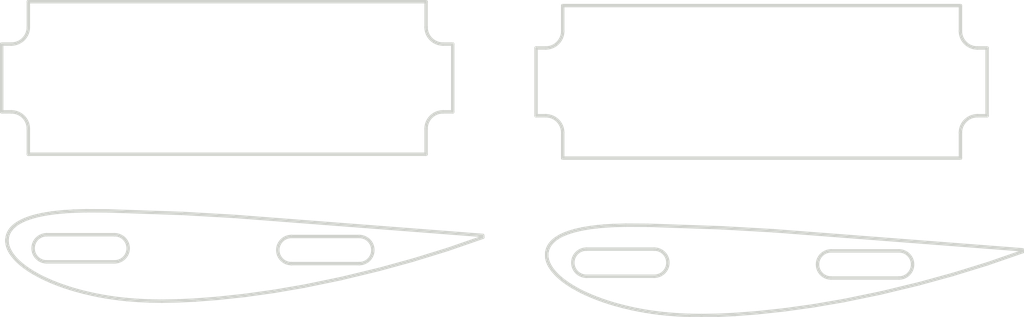
<source format=kicad_pcb>
(kicad_pcb (version 20171130) (host pcbnew "(5.1.2)-1")

  (general
    (thickness 1.6)
    (drawings 328)
    (tracks 0)
    (zones 0)
    (modules 0)
    (nets 1)
  )

  (page A4)
  (layers
    (0 F.Cu signal)
    (31 B.Cu signal)
    (32 B.Adhes user)
    (33 F.Adhes user)
    (34 B.Paste user)
    (35 F.Paste user)
    (36 B.SilkS user)
    (37 F.SilkS user)
    (38 B.Mask user)
    (39 F.Mask user)
    (40 Dwgs.User user)
    (41 Cmts.User user)
    (42 Eco1.User user)
    (43 Eco2.User user)
    (44 Edge.Cuts user)
    (45 Margin user)
    (46 B.CrtYd user)
    (47 F.CrtYd user)
    (48 B.Fab user)
    (49 F.Fab user)
  )

  (setup
    (last_trace_width 0.25)
    (trace_clearance 0.2)
    (zone_clearance 0.508)
    (zone_45_only no)
    (trace_min 0.2)
    (via_size 0.8)
    (via_drill 0.4)
    (via_min_size 0.4)
    (via_min_drill 0.3)
    (uvia_size 0.3)
    (uvia_drill 0.1)
    (uvias_allowed no)
    (uvia_min_size 0.2)
    (uvia_min_drill 0.1)
    (edge_width 0.05)
    (segment_width 0.2)
    (pcb_text_width 0.3)
    (pcb_text_size 1.5 1.5)
    (mod_edge_width 0.12)
    (mod_text_size 1 1)
    (mod_text_width 0.15)
    (pad_size 1.524 1.524)
    (pad_drill 0.762)
    (pad_to_mask_clearance 0.051)
    (solder_mask_min_width 0.25)
    (aux_axis_origin 34.29 210.82)
    (visible_elements 7FFFFFFF)
    (pcbplotparams
      (layerselection 0x01000_7ffffffe)
      (usegerberextensions false)
      (usegerberattributes false)
      (usegerberadvancedattributes false)
      (creategerberjobfile false)
      (excludeedgelayer true)
      (linewidth 0.100000)
      (plotframeref false)
      (viasonmask false)
      (mode 1)
      (useauxorigin false)
      (hpglpennumber 1)
      (hpglpenspeed 20)
      (hpglpendiameter 15.000000)
      (psnegative false)
      (psa4output false)
      (plotreference true)
      (plotvalue true)
      (plotinvisibletext false)
      (padsonsilk false)
      (subtractmaskfromsilk false)
      (outputformat 1)
      (mirror false)
      (drillshape 0)
      (scaleselection 1)
      (outputdirectory "plots/"))
  )

  (net 0 "")

  (net_class Default "This is the default net class."
    (clearance 0.2)
    (trace_width 0.25)
    (via_dia 0.8)
    (via_drill 0.4)
    (uvia_dia 0.3)
    (uvia_drill 0.1)
  )

  (gr_line (start 37.842314 193.205469) (end 36.054507 193.513125) (layer Edge.Cuts) (width 0.2))
  (gr_line (start 48.367111 190.318767) (end 46.292071 191.037122) (layer Edge.Cuts) (width 0.2))
  (gr_line (start 44.253956 191.666131) (end 42.263748 192.213298) (layer Edge.Cuts) (width 0.2))
  (gr_line (start 42.263748 192.213298) (end 40.011992 192.757691) (layer Edge.Cuts) (width 0.2))
  (gr_line (start 40.011992 192.757691) (end 37.842314 193.205469) (layer Edge.Cuts) (width 0.2))
  (gr_line (start 46.292071 191.037122) (end 44.253956 191.666131) (layer Edge.Cuts) (width 0.2))
  (gr_line (start 36.054507 193.513125) (end 34.341709 193.752068) (layer Edge.Cuts) (width 0.2))
  (gr_line (start 22.612637 192.789323) (end 22.372411 192.673574) (layer Edge.Cuts) (width 0.2))
  (gr_line (start 28.742849 194.078262) (end 28.052513 194.046986) (layer Edge.Cuts) (width 0.2))
  (gr_line (start 27.384086 193.994504) (end 26.952802 193.948077) (layer Edge.Cuts) (width 0.2))
  (gr_line (start 26.952802 193.948077) (end 26.534445 193.89306) (layer Edge.Cuts) (width 0.2))
  (gr_line (start 25.364622 193.683367) (end 24.828887 193.557749) (layer Edge.Cuts) (width 0.2))
  (gr_line (start 26.130055 193.830126) (end 25.740032 193.759987) (layer Edge.Cuts) (width 0.2))
  (gr_line (start 21.931443 192.435586) (end 21.829544 192.37497) (layer Edge.Cuts) (width 0.2))
  (gr_line (start 21.731019 192.313992) (end 21.635881 192.252692) (layer Edge.Cuts) (width 0.2))
  (gr_line (start 21.544143 192.191115) (end 21.455813 192.129302) (layer Edge.Cuts) (width 0.2))
  (gr_line (start 23.131844 193.012878) (end 22.865831 192.902516) (layer Edge.Cuts) (width 0.2))
  (gr_line (start 22.145293 192.555557) (end 21.931443 192.435586) (layer Edge.Cuts) (width 0.2))
  (gr_line (start 21.829544 192.37497) (end 21.731019 192.313992) (layer Edge.Cuts) (width 0.2))
  (gr_line (start 34.341709 193.752068) (end 32.712865 193.926298) (layer Edge.Cuts) (width 0.2))
  (gr_line (start 26.534445 193.89306) (end 26.130055 193.830126) (layer Edge.Cuts) (width 0.2))
  (gr_line (start 25.740032 193.759987) (end 25.364622 193.683367) (layer Edge.Cuts) (width 0.2))
  (gr_line (start 32.712865 193.926298) (end 31.419328 194.024805) (layer Edge.Cuts) (width 0.2))
  (gr_line (start 22.372411 192.673574) (end 22.145293 192.555557) (layer Edge.Cuts) (width 0.2))
  (gr_line (start 31.419328 194.024805) (end 30.421462 194.072236) (layer Edge.Cuts) (width 0.2))
  (gr_line (start 24.007083 193.32451) (end 23.70232 193.224125) (layer Edge.Cuts) (width 0.2))
  (gr_line (start 30.421462 194.072236) (end 29.451599 194.088663) (layer Edge.Cuts) (width 0.2))
  (gr_line (start 29.451599 194.088663) (end 28.742849 194.078262) (layer Edge.Cuts) (width 0.2))
  (gr_line (start 28.052513 194.046986) (end 27.384086 193.994504) (layer Edge.Cuts) (width 0.2))
  (gr_line (start 24.828887 193.557749) (end 24.325374 193.421032) (layer Edge.Cuts) (width 0.2))
  (gr_line (start 24.325374 193.421032) (end 24.007083 193.32451) (layer Edge.Cuts) (width 0.2))
  (gr_line (start 23.70232 193.224125) (end 23.410658 193.120164) (layer Edge.Cuts) (width 0.2))
  (gr_line (start 23.410658 193.120164) (end 23.131844 193.012878) (layer Edge.Cuts) (width 0.2))
  (gr_line (start 22.865831 192.902516) (end 22.612637 192.789323) (layer Edge.Cuts) (width 0.2))
  (gr_line (start 21.635881 192.252692) (end 21.544143 192.191115) (layer Edge.Cuts) (width 0.2))
  (gr_line (start 20.402565 190.128982) (end 20.413319 190.10266) (layer Edge.Cuts) (width 0.2))
  (gr_line (start 21.455813 192.129302) (end 21.370895 192.067295) (layer Edge.Cuts) (width 0.2))
  (gr_line (start 21.370895 192.067295) (end 21.289393 192.005135) (layer Edge.Cuts) (width 0.2))
  (gr_line (start 20.386092 190.868283) (end 20.377023 190.838493) (layer Edge.Cuts) (width 0.2))
  (gr_line (start 21.065402 191.818138) (end 20.997582 191.755765) (layer Edge.Cuts) (width 0.2))
  (gr_line (start 20.933143 191.693423) (end 20.872073 191.631143) (layer Edge.Cuts) (width 0.2))
  (gr_line (start 20.4248 190.076578) (end 20.436973 190.050812) (layer Edge.Cuts) (width 0.2))
  (gr_line (start 20.537537 191.199269) (end 20.519878 191.169002) (layer Edge.Cuts) (width 0.2))
  (gr_line (start 20.368819 190.809056) (end 20.361329 190.779443) (layer Edge.Cuts) (width 0.2))
  (gr_line (start 20.343665 190.691601) (end 20.339313 190.66236) (layer Edge.Cuts) (width 0.2))
  (gr_line (start 20.36675 190.236807) (end 20.374612 190.209511) (layer Edge.Cuts) (width 0.2))
  (gr_line (start 20.661167 191.38324) (end 20.616697 191.321695) (layer Edge.Cuts) (width 0.2))
  (gr_line (start 20.45682 191.047843) (end 20.442978 191.01756) (layer Edge.Cuts) (width 0.2))
  (gr_line (start 20.329728 190.546681) (end 20.329266 190.518033) (layer Edge.Cuts) (width 0.2))
  (gr_line (start 20.359619 190.264302) (end 20.36675 190.236807) (layer Edge.Cuts) (width 0.2))
  (gr_line (start 20.463474 190.000041) (end 20.477821 189.975004) (layer Edge.Cuts) (width 0.2))
  (gr_line (start 21.289393 192.005135) (end 21.211304 191.942862) (layer Edge.Cuts) (width 0.2))
  (gr_line (start 20.708921 191.444982) (end 20.661167 191.38324) (layer Edge.Cuts) (width 0.2))
  (gr_line (start 20.35322 190.291977) (end 20.359619 190.264302) (layer Edge.Cuts) (width 0.2))
  (gr_line (start 20.616697 191.321695) (end 20.575493 191.260364) (layer Edge.Cuts) (width 0.2))
  (gr_line (start 20.471297 191.077852) (end 20.45682 191.047843) (layer Edge.Cuts) (width 0.2))
  (gr_line (start 20.442978 191.01756) (end 20.43008 190.987687) (layer Edge.Cuts) (width 0.2))
  (gr_line (start 21.211304 191.942862) (end 21.136627 191.880514) (layer Edge.Cuts) (width 0.2))
  (gr_line (start 20.524972 189.901734) (end 20.542167 189.87775) (layer Edge.Cuts) (width 0.2))
  (gr_line (start 20.342655 190.347801) (end 20.347563 190.319813) (layer Edge.Cuts) (width 0.2))
  (gr_line (start 20.872073 191.631143) (end 20.814357 191.568959) (layer Edge.Cuts) (width 0.2))
  (gr_line (start 20.374612 190.209511) (end 20.383204 190.182427) (layer Edge.Cuts) (width 0.2))
  (gr_line (start 20.508585 189.925837) (end 20.524972 189.901734) (layer Edge.Cuts) (width 0.2))
  (gr_line (start 20.348763 190.720731) (end 20.343665 190.691601) (layer Edge.Cuts) (width 0.2))
  (gr_line (start 20.330653 190.460903) (end 20.332504 190.432462) (layer Edge.Cuts) (width 0.2))
  (gr_line (start 20.335121 190.404145) (end 20.338507 190.375912) (layer Edge.Cuts) (width 0.2))
  (gr_line (start 20.814357 191.568959) (end 20.759978 191.506896) (layer Edge.Cuts) (width 0.2))
  (gr_line (start 20.519878 191.169002) (end 20.502811 191.138427) (layer Edge.Cuts) (width 0.2))
  (gr_line (start 20.339313 190.66236) (end 20.335763 190.633389) (layer Edge.Cuts) (width 0.2))
  (gr_line (start 20.383204 190.182427) (end 20.392522 190.155583) (layer Edge.Cuts) (width 0.2))
  (gr_line (start 21.136627 191.880514) (end 21.065402 191.818138) (layer Edge.Cuts) (width 0.2))
  (gr_line (start 20.575493 191.260364) (end 20.556229 191.229977) (layer Edge.Cuts) (width 0.2))
  (gr_line (start 20.556229 191.229977) (end 20.537537 191.199269) (layer Edge.Cuts) (width 0.2))
  (gr_line (start 20.335763 190.633389) (end 20.332971 190.604341) (layer Edge.Cuts) (width 0.2))
  (gr_line (start 20.413319 190.10266) (end 20.4248 190.076578) (layer Edge.Cuts) (width 0.2))
  (gr_line (start 20.361329 190.779443) (end 20.35468 190.750159) (layer Edge.Cuts) (width 0.2))
  (gr_line (start 20.449889 190.025252) (end 20.463474 190.000041) (layer Edge.Cuts) (width 0.2))
  (gr_line (start 20.542167 189.87775) (end 20.559944 189.854198) (layer Edge.Cuts) (width 0.2))
  (gr_line (start 20.338507 190.375912) (end 20.342655 190.347801) (layer Edge.Cuts) (width 0.2))
  (gr_line (start 20.486747 191.108286) (end 20.471297 191.077852) (layer Edge.Cuts) (width 0.2))
  (gr_line (start 20.43008 190.987687) (end 20.417837 190.957562) (layer Edge.Cuts) (width 0.2))
  (gr_line (start 20.406509 190.927832) (end 20.395856 190.897869) (layer Edge.Cuts) (width 0.2))
  (gr_line (start 20.436973 190.050812) (end 20.449889 190.025252) (layer Edge.Cuts) (width 0.2))
  (gr_line (start 20.417837 190.957562) (end 20.406509 190.927832) (layer Edge.Cuts) (width 0.2))
  (gr_line (start 20.377023 190.838493) (end 20.368819 190.809056) (layer Edge.Cuts) (width 0.2))
  (gr_line (start 20.332971 190.604341) (end 20.330966 190.575531) (layer Edge.Cuts) (width 0.2))
  (gr_line (start 20.330966 190.575531) (end 20.329728 190.546681) (layer Edge.Cuts) (width 0.2))
  (gr_line (start 20.35468 190.750159) (end 20.348763 190.720731) (layer Edge.Cuts) (width 0.2))
  (gr_line (start 20.332504 190.432462) (end 20.335121 190.404145) (layer Edge.Cuts) (width 0.2))
  (gr_line (start 20.492811 189.950348) (end 20.508585 189.925837) (layer Edge.Cuts) (width 0.2))
  (gr_line (start 20.392522 190.155583) (end 20.402565 190.128982) (layer Edge.Cuts) (width 0.2))
  (gr_line (start 20.477821 189.975004) (end 20.492811 189.950348) (layer Edge.Cuts) (width 0.2))
  (gr_line (start 20.997582 191.755765) (end 20.933143 191.693423) (layer Edge.Cuts) (width 0.2))
  (gr_line (start 20.329575 190.489387) (end 20.330653 190.460903) (layer Edge.Cuts) (width 0.2))
  (gr_line (start 20.759978 191.506896) (end 20.708921 191.444982) (layer Edge.Cuts) (width 0.2))
  (gr_line (start 20.329266 190.518033) (end 20.329575 190.489387) (layer Edge.Cuts) (width 0.2))
  (gr_line (start 20.347563 190.319813) (end 20.35322 190.291977) (layer Edge.Cuts) (width 0.2))
  (gr_line (start 20.502811 191.138427) (end 20.486747 191.108286) (layer Edge.Cuts) (width 0.2))
  (gr_line (start 20.395856 190.897869) (end 20.386092 190.868283) (layer Edge.Cuts) (width 0.2))
  (gr_line (start 23.697547 188.811625) (end 24.246782 188.777615) (layer Edge.Cuts) (width 0.2))
  (gr_line (start 24.989523 188.756054) (end 26.29385 188.76318) (layer Edge.Cuts) (width 0.2))
  (gr_line (start 48.352127 190.209837) (end 48.367111 190.318767) (layer Edge.Cuts) (width 0.2))
  (gr_line (start 20.597712 189.80774) (end 20.61773 189.784816) (layer Edge.Cuts) (width 0.2))
  (gr_line (start 20.704391 189.69619) (end 20.727646 189.674817) (layer Edge.Cuts) (width 0.2))
  (gr_line (start 20.77644 189.632649) (end 20.802003 189.611846) (layer Edge.Cuts) (width 0.2))
  (gr_line (start 21.410649 189.268589) (end 21.48829 189.2378) (layer Edge.Cuts) (width 0.2))
  (gr_line (start 21.48829 189.2378) (end 21.568448 189.208002) (layer Edge.Cuts) (width 0.2))
  (gr_line (start 20.939037 189.51251) (end 20.998581 189.474569) (layer Edge.Cuts) (width 0.2))
  (gr_line (start 21.568448 189.208002) (end 21.651109 189.179187) (layer Edge.Cuts) (width 0.2))
  (gr_line (start 22.006776 189.073634) (end 22.199468 189.026568) (layer Edge.Cuts) (width 0.2))
  (gr_line (start 41.085124 191.874735) (end 37.085124 191.874735) (layer Edge.Cuts) (width 0.2))
  (gr_line (start 21.192985 189.36698) (end 21.262979 189.33317) (layer Edge.Cuts) (width 0.2))
  (gr_line (start 20.727646 189.674817) (end 20.751837 189.653484) (layer Edge.Cuts) (width 0.2))
  (gr_line (start 21.33554 189.300376) (end 21.410649 189.268589) (layer Edge.Cuts) (width 0.2))
  (gr_line (start 24.246782 188.777615) (end 24.989523 188.756054) (layer Edge.Cuts) (width 0.2))
  (gr_arc (start 37.085124 191.074736) (end 37.085124 190.274736) (angle -180) (layer Edge.Cuts) (width 0.2))
  (gr_line (start 20.854875 189.571271) (end 20.882153 189.5515) (layer Edge.Cuts) (width 0.2))
  (gr_line (start 21.060767 189.437671) (end 21.125574 189.401811) (layer Edge.Cuts) (width 0.2))
  (gr_arc (start 41.085124 191.074736) (end 41.085124 191.874735) (angle -180) (layer Edge.Cuts) (width 0.2))
  (gr_line (start 30.672188 188.913327) (end 33.679131 189.084857) (layer Edge.Cuts) (width 0.2))
  (gr_line (start 41.085124 190.274736) (end 37.085124 190.274736) (layer Edge.Cuts) (width 0.2))
  (gr_line (start 20.559944 189.854198) (end 20.578553 189.830743) (layer Edge.Cuts) (width 0.2))
  (gr_line (start 20.578553 189.830743) (end 20.597712 189.80774) (layer Edge.Cuts) (width 0.2))
  (gr_line (start 21.651109 189.179187) (end 21.736272 189.151348) (layer Edge.Cuts) (width 0.2))
  (gr_line (start 20.61773 189.784816) (end 20.638263 189.762359) (layer Edge.Cuts) (width 0.2))
  (gr_line (start 21.125574 189.401811) (end 21.192985 189.36698) (layer Edge.Cuts) (width 0.2))
  (gr_line (start 22.614607 188.943646) (end 22.952332 188.891202) (layer Edge.Cuts) (width 0.2))
  (gr_arc (start 26.67 190.970001) (end 26.67 191.77) (angle -180) (layer Edge.Cuts) (width 0.2))
  (gr_line (start 20.882153 189.5515) (end 20.939037 189.51251) (layer Edge.Cuts) (width 0.2))
  (gr_line (start 33.679131 189.084857) (end 48.352127 190.209837) (layer Edge.Cuts) (width 0.2))
  (gr_line (start 23.313155 188.847158) (end 23.697547 188.811625) (layer Edge.Cuts) (width 0.2))
  (gr_line (start 20.659682 189.739965) (end 20.681581 189.718053) (layer Edge.Cuts) (width 0.2))
  (gr_line (start 20.751837 189.653484) (end 20.77644 189.632649) (layer Edge.Cuts) (width 0.2))
  (gr_line (start 22.402058 188.983247) (end 22.614607 188.943646) (layer Edge.Cuts) (width 0.2))
  (gr_line (start 20.638263 189.762359) (end 20.659682 189.739965) (layer Edge.Cuts) (width 0.2))
  (gr_line (start 22.199468 189.026568) (end 22.402058 188.983247) (layer Edge.Cuts) (width 0.2))
  (gr_line (start 22.952332 188.891202) (end 23.313155 188.847158) (layer Edge.Cuts) (width 0.2))
  (gr_line (start 21.262979 189.33317) (end 21.33554 189.300376) (layer Edge.Cuts) (width 0.2))
  (gr_line (start 21.823965 189.124486) (end 22.006776 189.073634) (layer Edge.Cuts) (width 0.2))
  (gr_line (start 20.681581 189.718053) (end 20.704391 189.69619) (layer Edge.Cuts) (width 0.2))
  (gr_line (start 20.802003 189.611846) (end 20.827947 189.591544) (layer Edge.Cuts) (width 0.2))
  (gr_line (start 20.827947 189.591544) (end 20.854875 189.571271) (layer Edge.Cuts) (width 0.2))
  (gr_line (start 20.998581 189.474569) (end 21.060767 189.437671) (layer Edge.Cuts) (width 0.2))
  (gr_line (start 21.736272 189.151348) (end 21.823965 189.124486) (layer Edge.Cuts) (width 0.2))
  (gr_line (start 26.29385 188.76318) (end 30.672188 188.913327) (layer Edge.Cuts) (width 0.2))
  (gr_line (start 26.67 190.170001) (end 22.67 190.170001) (layer Edge.Cuts) (width 0.2))
  (gr_arc (start 22.67 190.970001) (end 22.67 190.170001) (angle -180) (layer Edge.Cuts) (width 0.2))
  (gr_line (start 26.67 191.77) (end 22.67 191.77) (layer Edge.Cuts) (width 0.2))
  (gr_line (start 72.880981 191.123621) (end 68.880981 191.123621) (layer Edge.Cuts) (width 0.2))
  (gr_arc (start 58.465857 191.818886) (end 58.465857 192.618885) (angle -180) (layer Edge.Cuts) (width 0.2))
  (gr_line (start 58.465857 192.618885) (end 54.465857 192.618885) (layer Edge.Cuts) (width 0.2))
  (gr_arc (start 68.880981 191.923621) (end 68.880981 191.123621) (angle -180) (layer Edge.Cuts) (width 0.2))
  (gr_line (start 58.465857 191.018886) (end 54.465857 191.018886) (layer Edge.Cuts) (width 0.2))
  (gr_line (start 62.468045 189.762212) (end 65.474988 189.933742) (layer Edge.Cuts) (width 0.2))
  (gr_arc (start 54.465857 191.818886) (end 54.465857 191.018886) (angle -180) (layer Edge.Cuts) (width 0.2))
  (gr_line (start 65.474988 189.933742) (end 80.147984 191.058722) (layer Edge.Cuts) (width 0.2))
  (gr_line (start 80.147984 191.058722) (end 80.162968 191.167652) (layer Edge.Cuts) (width 0.2))
  (gr_arc (start 72.880981 191.923621) (end 72.880981 192.72362) (angle -180) (layer Edge.Cuts) (width 0.2))
  (gr_line (start 72.880981 192.72362) (end 68.880981 192.72362) (layer Edge.Cuts) (width 0.2))
  (gr_line (start 56.78538 189.604939) (end 58.089707 189.612065) (layer Edge.Cuts) (width 0.2))
  (gr_line (start 58.089707 189.612065) (end 62.468045 189.762212) (layer Edge.Cuts) (width 0.2))
  (gr_line (start 52.555835 192.355781) (end 52.504778 192.293867) (layer Edge.Cuts) (width 0.2))
  (gr_line (start 52.457024 192.232125) (end 52.412554 192.17058) (layer Edge.Cuts) (width 0.2))
  (gr_line (start 52.315735 192.017887) (end 52.298668 191.987312) (layer Edge.Cuts) (width 0.2))
  (gr_line (start 52.14462 191.569616) (end 52.139522 191.540486) (layer Edge.Cuts) (width 0.2))
  (gr_line (start 52.125585 191.395566) (end 52.125123 191.366918) (layer Edge.Cuts) (width 0.2))
  (gr_line (start 52.130978 191.25303) (end 52.134364 191.224797) (layer Edge.Cuts) (width 0.2))
  (gr_line (start 52.412554 192.17058) (end 52.37135 192.109249) (layer Edge.Cuts) (width 0.2))
  (gr_line (start 52.37135 192.109249) (end 52.352086 192.078862) (layer Edge.Cuts) (width 0.2))
  (gr_line (start 52.164676 191.657941) (end 52.157186 191.628328) (layer Edge.Cuts) (width 0.2))
  (gr_line (start 52.12651 191.309788) (end 52.128361 191.281347) (layer Edge.Cuts) (width 0.2))
  (gr_line (start 52.333394 192.048154) (end 52.315735 192.017887) (layer Edge.Cuts) (width 0.2))
  (gr_line (start 52.298668 191.987312) (end 52.282604 191.957171) (layer Edge.Cuts) (width 0.2))
  (gr_line (start 52.213694 191.806447) (end 52.202366 191.776717) (layer Edge.Cuts) (width 0.2))
  (gr_line (start 52.139522 191.540486) (end 52.13517 191.511245) (layer Edge.Cuts) (width 0.2))
  (gr_line (start 52.13517 191.511245) (end 52.13162 191.482274) (layer Edge.Cuts) (width 0.2))
  (gr_line (start 52.17288 191.687378) (end 52.164676 191.657941) (layer Edge.Cuts) (width 0.2))
  (gr_line (start 52.134364 191.224797) (end 52.138512 191.196686) (layer Edge.Cuts) (width 0.2))
  (gr_line (start 52.138512 191.196686) (end 52.14342 191.168698) (layer Edge.Cuts) (width 0.2))
  (gr_line (start 52.14342 191.168698) (end 52.149077 191.140862) (layer Edge.Cuts) (width 0.2))
  (gr_line (start 52.149077 191.140862) (end 52.155476 191.113187) (layer Edge.Cuts) (width 0.2))
  (gr_line (start 52.188379 191.004468) (end 52.198422 190.977867) (layer Edge.Cuts) (width 0.2))
  (gr_line (start 52.150537 191.599044) (end 52.14462 191.569616) (layer Edge.Cuts) (width 0.2))
  (gr_line (start 52.13162 191.482274) (end 52.128828 191.453226) (layer Edge.Cuts) (width 0.2))
  (gr_line (start 52.504778 192.293867) (end 52.457024 192.232125) (layer Edge.Cuts) (width 0.2))
  (gr_line (start 52.352086 192.078862) (end 52.333394 192.048154) (layer Edge.Cuts) (width 0.2))
  (gr_line (start 52.198422 190.977867) (end 52.209176 190.951545) (layer Edge.Cuts) (width 0.2))
  (gr_line (start 52.238835 191.866445) (end 52.225937 191.836572) (layer Edge.Cuts) (width 0.2))
  (gr_line (start 52.181949 191.717168) (end 52.17288 191.687378) (layer Edge.Cuts) (width 0.2))
  (gr_line (start 52.170469 191.058396) (end 52.179061 191.031312) (layer Edge.Cuts) (width 0.2))
  (gr_line (start 52.128828 191.453226) (end 52.126823 191.424416) (layer Edge.Cuts) (width 0.2))
  (gr_line (start 52.125432 191.338272) (end 52.12651 191.309788) (layer Edge.Cuts) (width 0.2))
  (gr_line (start 52.126823 191.424416) (end 52.125585 191.395566) (layer Edge.Cuts) (width 0.2))
  (gr_line (start 52.225937 191.836572) (end 52.213694 191.806447) (layer Edge.Cuts) (width 0.2))
  (gr_line (start 52.202366 191.776717) (end 52.191713 191.746754) (layer Edge.Cuts) (width 0.2))
  (gr_line (start 52.282604 191.957171) (end 52.267154 191.926737) (layer Edge.Cuts) (width 0.2))
  (gr_line (start 52.267154 191.926737) (end 52.252677 191.896728) (layer Edge.Cuts) (width 0.2))
  (gr_line (start 52.252677 191.896728) (end 52.238835 191.866445) (layer Edge.Cuts) (width 0.2))
  (gr_line (start 52.162607 191.085692) (end 52.170469 191.058396) (layer Edge.Cuts) (width 0.2))
  (gr_line (start 52.125123 191.366918) (end 52.125432 191.338272) (layer Edge.Cuts) (width 0.2))
  (gr_line (start 52.128361 191.281347) (end 52.130978 191.25303) (layer Edge.Cuts) (width 0.2))
  (gr_line (start 52.157186 191.628328) (end 52.150537 191.599044) (layer Edge.Cuts) (width 0.2))
  (gr_line (start 52.191713 191.746754) (end 52.181949 191.717168) (layer Edge.Cuts) (width 0.2))
  (gr_line (start 52.155476 191.113187) (end 52.162607 191.085692) (layer Edge.Cuts) (width 0.2))
  (gr_line (start 52.179061 191.031312) (end 52.188379 191.004468) (layer Edge.Cuts) (width 0.2))
  (gr_line (start 52.66793 192.480028) (end 52.610214 192.417844) (layer Edge.Cuts) (width 0.2))
  (gr_line (start 52.610214 192.417844) (end 52.555835 192.355781) (layer Edge.Cuts) (width 0.2))
  (gr_line (start 52.413587 190.633701) (end 52.43412 190.611244) (layer Edge.Cuts) (width 0.2))
  (gr_line (start 52.477438 190.566938) (end 52.500248 190.545075) (layer Edge.Cuts) (width 0.2))
  (gr_line (start 54.410464 189.792531) (end 54.748189 189.740087) (layer Edge.Cuts) (width 0.2))
  (gr_line (start 53.532129 190.000233) (end 53.619822 189.973371) (layer Edge.Cuts) (width 0.2))
  (gr_line (start 52.355801 190.703083) (end 52.37441 190.679628) (layer Edge.Cuts) (width 0.2))
  (gr_line (start 52.67801 190.400385) (end 52.734894 190.361395) (layer Edge.Cuts) (width 0.2))
  (gr_line (start 52.43412 190.611244) (end 52.455539 190.58885) (layer Edge.Cuts) (width 0.2))
  (gr_line (start 52.794438 190.323454) (end 52.856624 190.286556) (layer Edge.Cuts) (width 0.2))
  (gr_line (start 52.650732 190.420156) (end 52.67801 190.400385) (layer Edge.Cuts) (width 0.2))
  (gr_line (start 52.288668 190.799233) (end 52.304442 190.774722) (layer Edge.Cuts) (width 0.2))
  (gr_line (start 52.523503 190.523702) (end 52.547694 190.502369) (layer Edge.Cuts) (width 0.2))
  (gr_line (start 54.197915 189.832132) (end 54.410464 189.792531) (layer Edge.Cuts) (width 0.2))
  (gr_line (start 52.304442 190.774722) (end 52.320829 190.750619) (layer Edge.Cuts) (width 0.2))
  (gr_line (start 52.320829 190.750619) (end 52.338024 190.726635) (layer Edge.Cuts) (width 0.2))
  (gr_line (start 52.856624 190.286556) (end 52.921431 190.250696) (layer Edge.Cuts) (width 0.2))
  (gr_line (start 52.338024 190.726635) (end 52.355801 190.703083) (layer Edge.Cuts) (width 0.2))
  (gr_line (start 53.058836 190.182055) (end 53.131397 190.149261) (layer Edge.Cuts) (width 0.2))
  (gr_line (start 54.748189 189.740087) (end 55.109012 189.696043) (layer Edge.Cuts) (width 0.2))
  (gr_line (start 52.393569 190.656625) (end 52.413587 190.633701) (layer Edge.Cuts) (width 0.2))
  (gr_line (start 52.921431 190.250696) (end 52.988842 190.215865) (layer Edge.Cuts) (width 0.2))
  (gr_line (start 52.37441 190.679628) (end 52.393569 190.656625) (layer Edge.Cuts) (width 0.2))
  (gr_line (start 53.995325 189.875453) (end 54.197915 189.832132) (layer Edge.Cuts) (width 0.2))
  (gr_line (start 55.109012 189.696043) (end 55.493404 189.66051) (layer Edge.Cuts) (width 0.2))
  (gr_line (start 52.547694 190.502369) (end 52.572297 190.481534) (layer Edge.Cuts) (width 0.2))
  (gr_line (start 53.284147 190.086685) (end 53.364305 190.056887) (layer Edge.Cuts) (width 0.2))
  (gr_line (start 53.446966 190.028072) (end 53.532129 190.000233) (layer Edge.Cuts) (width 0.2))
  (gr_line (start 53.802633 189.922519) (end 53.995325 189.875453) (layer Edge.Cuts) (width 0.2))
  (gr_line (start 52.572297 190.481534) (end 52.59786 190.460731) (layer Edge.Cuts) (width 0.2))
  (gr_line (start 56.042639 189.6265) (end 56.78538 189.604939) (layer Edge.Cuts) (width 0.2))
  (gr_line (start 52.59786 190.460731) (end 52.623804 190.440429) (layer Edge.Cuts) (width 0.2))
  (gr_line (start 53.364305 190.056887) (end 53.446966 190.028072) (layer Edge.Cuts) (width 0.2))
  (gr_line (start 52.500248 190.545075) (end 52.523503 190.523702) (layer Edge.Cuts) (width 0.2))
  (gr_line (start 53.131397 190.149261) (end 53.206506 190.117474) (layer Edge.Cuts) (width 0.2))
  (gr_line (start 53.619822 189.973371) (end 53.802633 189.922519) (layer Edge.Cuts) (width 0.2))
  (gr_line (start 52.209176 190.951545) (end 52.220657 190.925463) (layer Edge.Cuts) (width 0.2))
  (gr_line (start 52.623804 190.440429) (end 52.650732 190.420156) (layer Edge.Cuts) (width 0.2))
  (gr_line (start 53.206506 190.117474) (end 53.284147 190.086685) (layer Edge.Cuts) (width 0.2))
  (gr_line (start 52.988842 190.215865) (end 53.058836 190.182055) (layer Edge.Cuts) (width 0.2))
  (gr_line (start 55.493404 189.66051) (end 56.042639 189.6265) (layer Edge.Cuts) (width 0.2))
  (gr_line (start 52.220657 190.925463) (end 52.23283 190.899697) (layer Edge.Cuts) (width 0.2))
  (gr_line (start 52.23283 190.899697) (end 52.245746 190.874137) (layer Edge.Cuts) (width 0.2))
  (gr_line (start 52.259331 190.848926) (end 52.273678 190.823889) (layer Edge.Cuts) (width 0.2))
  (gr_line (start 52.455539 190.58885) (end 52.477438 190.566938) (layer Edge.Cuts) (width 0.2))
  (gr_line (start 52.734894 190.361395) (end 52.794438 190.323454) (layer Edge.Cuts) (width 0.2))
  (gr_line (start 52.245746 190.874137) (end 52.259331 190.848926) (layer Edge.Cuts) (width 0.2))
  (gr_line (start 52.273678 190.823889) (end 52.288668 190.799233) (layer Edge.Cuts) (width 0.2))
  (gr_line (start 53.166752 192.91618) (end 53.08525 192.85402) (layer Edge.Cuts) (width 0.2))
  (gr_line (start 52.932484 192.729399) (end 52.861259 192.667023) (layer Edge.Cuts) (width 0.2))
  (gr_line (start 52.861259 192.667023) (end 52.793439 192.60465) (layer Edge.Cuts) (width 0.2))
  (gr_line (start 53.08525 192.85402) (end 53.007161 192.791747) (layer Edge.Cuts) (width 0.2))
  (gr_line (start 62.217319 194.921121) (end 61.247456 194.937548) (layer Edge.Cuts) (width 0.2))
  (gr_line (start 60.538706 194.927147) (end 59.84837 194.895871) (layer Edge.Cuts) (width 0.2))
  (gr_line (start 59.84837 194.895871) (end 59.179943 194.843389) (layer Edge.Cuts) (width 0.2))
  (gr_line (start 53.431738 193.101577) (end 53.34 193.04) (layer Edge.Cuts) (width 0.2))
  (gr_line (start 59.179943 194.843389) (end 58.748659 194.796962) (layer Edge.Cuts) (width 0.2))
  (gr_line (start 54.661688 193.751401) (end 54.408494 193.638208) (layer Edge.Cuts) (width 0.2))
  (gr_line (start 58.330302 194.741945) (end 57.925912 194.679011) (layer Edge.Cuts) (width 0.2))
  (gr_line (start 56.624744 194.406634) (end 56.121231 194.269917) (layer Edge.Cuts) (width 0.2))
  (gr_line (start 55.80294 194.173395) (end 55.498177 194.07301) (layer Edge.Cuts) (width 0.2))
  (gr_line (start 54.927701 193.861763) (end 54.661688 193.751401) (layer Edge.Cuts) (width 0.2))
  (gr_line (start 54.408494 193.638208) (end 54.168268 193.522459) (layer Edge.Cuts) (width 0.2))
  (gr_line (start 53.526876 193.162877) (end 53.431738 193.101577) (layer Edge.Cuts) (width 0.2))
  (gr_line (start 53.94115 193.404442) (end 53.7273 193.284471) (layer Edge.Cuts) (width 0.2))
  (gr_line (start 55.498177 194.07301) (end 55.206515 193.969049) (layer Edge.Cuts) (width 0.2))
  (gr_line (start 55.206515 193.969049) (end 54.927701 193.861763) (layer Edge.Cuts) (width 0.2))
  (gr_line (start 53.007161 192.791747) (end 52.932484 192.729399) (layer Edge.Cuts) (width 0.2))
  (gr_line (start 52.729 192.542308) (end 52.66793 192.480028) (layer Edge.Cuts) (width 0.2))
  (gr_line (start 56.121231 194.269917) (end 55.80294 194.173395) (layer Edge.Cuts) (width 0.2))
  (gr_line (start 67.850364 194.36201) (end 66.137566 194.600953) (layer Edge.Cuts) (width 0.2))
  (gr_line (start 63.215185 194.87369) (end 62.217319 194.921121) (layer Edge.Cuts) (width 0.2))
  (gr_line (start 54.168268 193.522459) (end 53.94115 193.404442) (layer Edge.Cuts) (width 0.2))
  (gr_line (start 52.793439 192.60465) (end 52.729 192.542308) (layer Edge.Cuts) (width 0.2))
  (gr_line (start 80.162968 191.167652) (end 78.087928 191.886007) (layer Edge.Cuts) (width 0.2))
  (gr_line (start 78.087928 191.886007) (end 76.049813 192.515016) (layer Edge.Cuts) (width 0.2))
  (gr_line (start 76.049813 192.515016) (end 74.059605 193.062183) (layer Edge.Cuts) (width 0.2))
  (gr_line (start 53.625401 193.223855) (end 53.526876 193.162877) (layer Edge.Cuts) (width 0.2))
  (gr_line (start 64.508722 194.775183) (end 63.215185 194.87369) (layer Edge.Cuts) (width 0.2))
  (gr_line (start 57.160479 194.532252) (end 56.624744 194.406634) (layer Edge.Cuts) (width 0.2))
  (gr_line (start 69.638171 194.054354) (end 67.850364 194.36201) (layer Edge.Cuts) (width 0.2))
  (gr_line (start 57.925912 194.679011) (end 57.535889 194.608872) (layer Edge.Cuts) (width 0.2))
  (gr_line (start 53.25167 192.978187) (end 53.166752 192.91618) (layer Edge.Cuts) (width 0.2))
  (gr_line (start 74.059605 193.062183) (end 71.807849 193.606576) (layer Edge.Cuts) (width 0.2))
  (gr_line (start 61.247456 194.937548) (end 60.538706 194.927147) (layer Edge.Cuts) (width 0.2))
  (gr_line (start 71.807849 193.606576) (end 69.638171 194.054354) (layer Edge.Cuts) (width 0.2))
  (gr_line (start 66.137566 194.600953) (end 64.508722 194.775183) (layer Edge.Cuts) (width 0.2))
  (gr_line (start 58.748659 194.796962) (end 58.330302 194.741945) (layer Edge.Cuts) (width 0.2))
  (gr_line (start 57.535889 194.608872) (end 57.160479 194.532252) (layer Edge.Cuts) (width 0.2))
  (gr_line (start 53.7273 193.284471) (end 53.625401 193.223855) (layer Edge.Cuts) (width 0.2))
  (gr_line (start 53.34 193.04) (end 53.25167 192.978187) (layer Edge.Cuts) (width 0.2))
  (gr_line (start 77.500001 183.149999) (end 78.07 183.149999) (layer Edge.Cuts) (width 0.2))
  (gr_line (start 76.500001 176.65) (end 76.500001 178.15) (layer Edge.Cuts) (width 0.2))
  (gr_line (start 51.5 179.150001) (end 52.07 179.150001) (layer Edge.Cuts) (width 0.2))
  (gr_line (start 51.5 179.150001) (end 51.5 183.15) (layer Edge.Cuts) (width 0.2))
  (gr_line (start 53.07 176.65) (end 76.500001 176.65) (layer Edge.Cuts) (width 0.2))
  (gr_line (start 77.500001 179.15) (end 78.07 179.15) (layer Edge.Cuts) (width 0.2))
  (gr_arc (start 77.500001 178.15) (end 76.500001 178.15) (angle -90) (layer Edge.Cuts) (width 0.2))
  (gr_arc (start 52.07 178.150001) (end 52.07 179.150001) (angle -90) (layer Edge.Cuts) (width 0.2))
  (gr_line (start 78.07 183.149999) (end 78.07 179.15) (layer Edge.Cuts) (width 0.2))
  (gr_line (start 53.07 178.150001) (end 53.07 176.65) (layer Edge.Cuts) (width 0.2))
  (gr_arc (start 77.500001 184.149999) (end 77.500001 183.149999) (angle -90) (layer Edge.Cuts) (width 0.2))
  (gr_line (start 51.5 183.15) (end 52.07 183.15) (layer Edge.Cuts) (width 0.2))
  (gr_line (start 76.500001 185.65) (end 76.500001 184.149999) (layer Edge.Cuts) (width 0.2))
  (gr_line (start 53.07 185.65) (end 76.500001 185.65) (layer Edge.Cuts) (width 0.2))
  (gr_line (start 53.07 184.15) (end 53.07 185.65) (layer Edge.Cuts) (width 0.2))
  (gr_arc (start 52.07 184.15) (end 53.07 184.15) (angle -90) (layer Edge.Cuts) (width 0.2))
  (gr_line (start 20.02 178.920001) (end 20.59 178.920001) (layer Edge.Cuts) (width 0.2))
  (gr_line (start 21.59 177.920001) (end 21.59 176.42) (layer Edge.Cuts) (width 0.2))
  (gr_line (start 46.020001 178.92) (end 46.59 178.92) (layer Edge.Cuts) (width 0.2))
  (gr_line (start 45.020001 176.42) (end 45.020001 177.92) (layer Edge.Cuts) (width 0.2))
  (gr_arc (start 20.59 177.920001) (end 20.59 178.920001) (angle -90) (layer Edge.Cuts) (width 0.2))
  (gr_line (start 21.59 176.42) (end 45.020001 176.42) (layer Edge.Cuts) (width 0.2))
  (gr_arc (start 20.59 183.92) (end 21.59 183.92) (angle -90) (layer Edge.Cuts) (width 0.2))
  (gr_line (start 20.02 182.92) (end 20.59 182.92) (layer Edge.Cuts) (width 0.2))
  (gr_arc (start 46.020001 177.92) (end 45.020001 177.92) (angle -90) (layer Edge.Cuts) (width 0.2))
  (gr_line (start 20.02 178.920001) (end 20.02 182.92) (layer Edge.Cuts) (width 0.2))
  (gr_line (start 46.59 182.919999) (end 46.59 178.92) (layer Edge.Cuts) (width 0.2))
  (gr_line (start 21.59 183.92) (end 21.59 185.42) (layer Edge.Cuts) (width 0.2))
  (gr_arc (start 46.020001 183.919999) (end 46.020001 182.919999) (angle -90) (layer Edge.Cuts) (width 0.2))
  (gr_line (start 46.020001 182.919999) (end 46.59 182.919999) (layer Edge.Cuts) (width 0.2))
  (gr_line (start 45.020001 185.42) (end 45.020001 183.919999) (layer Edge.Cuts) (width 0.2))
  (gr_line (start 21.59 185.42) (end 45.020001 185.42) (layer Edge.Cuts) (width 0.2))

)

</source>
